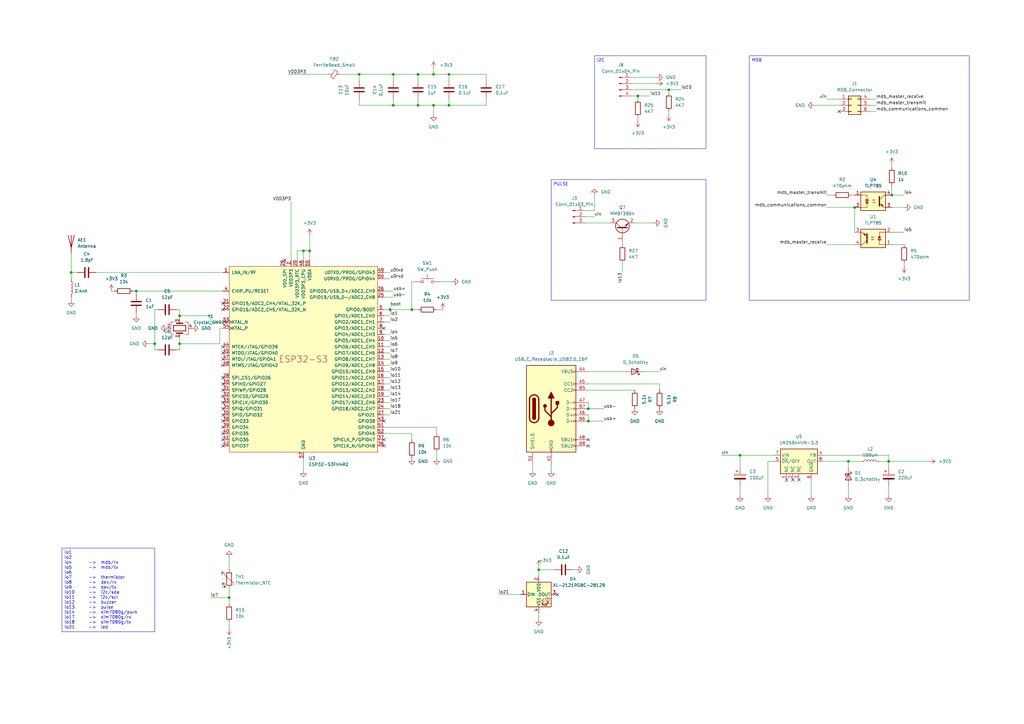
<source format=kicad_sch>
(kicad_sch (version 20250114) (generator "eeschema") (generator_version "9.0")
  (paper "A3")
  (lib_symbols
    (symbol "Connector:Conn_01x03_Pin" (pin_names (offset 1.016) (hide yes))
      (property "Reference" "J" (at 0 5.08 0))
      (property "Value" "Conn_01x03_Pin" (at 0 -5.08 0))
      (symbol "Conn_01x03_Pin_1_1"
        (pin passive line (at 5.08 2.54 180) (length 3.81) (name "Pin_1") (number "1"))
        (pin passive line (at 5.08 0 180) (length 3.81) (name "Pin_2") (number "2"))
        (pin passive line (at 5.08 -2.54 180) (length 3.81) (name "Pin_3") (number "3"))
      )
    )
    (symbol "Connector:Conn_01x04_Pin" (pin_names (offset 1.016) (hide yes))
      (property "Reference" "J" (at 0 5.08 0))
      (property "Value" "Conn_01x04_Pin" (at 0 -7.62 0))
      (symbol "Conn_01x04_Pin_1_1"
        (pin passive line (at 5.08 2.54 180) (length 3.81) (name "Pin_1") (number "1"))
        (pin passive line (at 5.08 0 180) (length 3.81) (name "Pin_2") (number "2"))
        (pin passive line (at 5.08 -2.54 180) (length 3.81) (name "Pin_3") (number "3"))
        (pin passive line (at 5.08 -5.08 180) (length 3.81) (name "Pin_4") (number "4"))
      )
    )
    (symbol "Connector:USB_C_Receptacle_USB2.0_16P" (pin_names (offset 1.016))
      (property "Reference" "J" (at 0 22.225 0))
      (property "Value" "USB_C_Receptacle_USB2.0_16P" (at 0 19.685 0))
      (symbol "USB_C_Receptacle_USB2.0_16P_1_1"
        (pin passive line (at -7.62 -22.86 90) (length 5.08) (name "SHIELD") (number "S1"))
        (pin passive line (at 0 -22.86 90) (length 5.08) (name "GND") (number "A1"))
        (pin passive line (at 0 -22.86 90) (length 5.08) (hide yes) (name "GND") (number "A12"))
        (pin passive line (at 0 -22.86 90) (length 5.08) (hide yes) (name "GND") (number "B1"))
        (pin passive line (at 0 -22.86 90) (length 5.08) (hide yes) (name "GND") (number "B12"))
        (pin passive line (at 15.24 15.24 180) (length 5.08) (name "VBUS") (number "A4"))
        (pin passive line (at 15.24 15.24 180) (length 5.08) (hide yes) (name "VBUS") (number "A9"))
        (pin passive line (at 15.24 15.24 180) (length 5.08) (hide yes) (name "VBUS") (number "B4"))
        (pin passive line (at 15.24 15.24 180) (length 5.08) (hide yes) (name "VBUS") (number "B9"))
        (pin bidirectional line (at 15.24 10.16 180) (length 5.08) (name "CC1") (number "A5"))
        (pin bidirectional line (at 15.24 7.62 180) (length 5.08) (name "CC2") (number "B5"))
        (pin bidirectional line (at 15.24 2.54 180) (length 5.08) (name "D-") (number "A7"))
        (pin bidirectional line (at 15.24 0 180) (length 5.08) (name "D-") (number "B7"))
        (pin bidirectional line (at 15.24 -2.54 180) (length 5.08) (name "D+") (number "A6"))
        (pin bidirectional line (at 15.24 -5.08 180) (length 5.08) (name "D+") (number "B6"))
        (pin bidirectional line (at 15.24 -12.7 180) (length 5.08) (name "SBU1") (number "A8"))
        (pin bidirectional line (at 15.24 -15.24 180) (length 5.08) (name "SBU2") (number "B8"))
      )
    )
    (symbol "Connector_Generic:Conn_02x03_Top_Bottom" (pin_names (offset 1.016) (hide yes))
      (property "Reference" "J" (at 1.27 5.08 0))
      (property "Value" "Conn_02x03_Top_Bottom" (at 1.27 -5.08 0))
      (symbol "Conn_02x03_Top_Bottom_1_1"
        (pin passive line (at -5.08 2.54 0) (length 3.81) (name "Pin_1") (number "1"))
        (pin passive line (at -5.08 0 0) (length 3.81) (name "Pin_2") (number "2"))
        (pin passive line (at -5.08 -2.54 0) (length 3.81) (name "Pin_3") (number "3"))
        (pin passive line (at 7.62 2.54 180) (length 3.81) (name "Pin_4") (number "4"))
        (pin passive line (at 7.62 0 180) (length 3.81) (name "Pin_5") (number "5"))
        (pin passive line (at 7.62 -2.54 180) (length 3.81) (name "Pin_6") (number "6"))
      )
    )
    (symbol "Device:Antenna" (pin_numbers (hide yes)) (pin_names (offset 1.016) (hide yes))
      (property "Reference" "AE" (at -1.905 1.905 0))
      (property "Value" "Antenna" (at -1.905 0 0))
      (symbol "Antenna_1_1"
        (pin input line (at 0 -5.08 90) (length 2.54) (name "A") (number "1"))
      )
    )
    (symbol "Device:C" (pin_numbers (hide yes)) (pin_names (offset 0.254))
      (property "Reference" "C" (at 0.635 2.54 0))
      (property "Value" "C" (at 0.635 -2.54 0))
      (symbol "C_1_1"
        (pin passive line (at 0 3.81 270) (length 2.794) (name "~") (number "1"))
        (pin passive line (at 0 -3.81 90) (length 2.794) (name "~") (number "2"))
      )
    )
    (symbol "Device:C_Polarized" (pin_numbers (hide yes)) (pin_names (offset 0.254))
      (property "Reference" "C" (at 0.635 2.54 0))
      (property "Value" "C_Polarized" (at 0.635 -2.54 0))
      (symbol "C_Polarized_1_1"
        (pin passive line (at 0 3.81 270) (length 2.794) (name "~") (number "1"))
        (pin passive line (at 0 -3.81 90) (length 2.794) (name "~") (number "2"))
      )
    )
    (symbol "Device:Crystal_GND24" (pin_names (offset 1.016) (hide yes))
      (property "Reference" "Y" (at 3.175 5.08 0))
      (property "Value" "Crystal_GND24" (at 3.175 3.175 0))
      (symbol "Crystal_GND24_1_1"
        (pin passive line (at -3.81 0 0) (length 1.27) (name "1") (number "1"))
        (pin passive line (at 0 5.08 270) (length 1.27) (name "2") (number "2"))
        (pin passive line (at 0 -5.08 90) (length 1.27) (name "4") (number "4"))
        (pin passive line (at 3.81 0 180) (length 1.27) (name "3") (number "3"))
      )
    )
    (symbol "Device:D_Schottky" (pin_numbers (hide yes)) (pin_names (offset 1.016) (hide yes))
      (property "Reference" "D" (at 0 2.54 0))
      (property "Value" "D_Schottky" (at 0 -2.54 0))
      (symbol "D_Schottky_1_1"
        (pin passive line (at -3.81 0 0) (length 2.54) (name "K") (number "1"))
        (pin passive line (at 3.81 0 180) (length 2.54) (name "A") (number "2"))
      )
    )
    (symbol "Device:FerriteBead_Small" (pin_numbers (hide yes)) (pin_names (offset 0))
      (property "Reference" "FB" (at 1.905 1.27 0))
      (property "Value" "FerriteBead_Small" (at 1.905 -1.27 0))
      (symbol "FerriteBead_Small_1_1"
        (pin passive line (at 0 2.54 270) (length 1.27) (name "~") (number "1"))
        (pin passive line (at 0 -2.54 90) (length 1.27) (name "~") (number "2"))
      )
    )
    (symbol "Device:L" (pin_numbers (hide yes)) (pin_names (offset 1.016) (hide yes))
      (property "Reference" "L" (at -1.27 0 90))
      (property "Value" "L" (at 1.905 0 90))
      (symbol "L_1_1"
        (pin passive line (at 0 3.81 270) (length 1.27) (name "1") (number "1"))
        (pin passive line (at 0 -3.81 90) (length 1.27) (name "2") (number "2"))
      )
    )
    (symbol "Device:R" (pin_numbers (hide yes)) (pin_names (offset 0))
      (property "Reference" "R" (at 2.032 0 90))
      (property "Value" "R" (at 0 0 90))
      (symbol "R_1_1"
        (pin passive line (at 0 3.81 270) (length 1.27) (name "~") (number "1"))
        (pin passive line (at 0 -3.81 90) (length 1.27) (name "~") (number "2"))
      )
    )
    (symbol "Device:Thermistor_NTC" (pin_numbers (hide yes)) (pin_names (offset 0))
      (property "Reference" "TH" (at -4.445 0 90))
      (property "Value" "Thermistor_NTC" (at 3.175 0 90))
      (symbol "Thermistor_NTC_1_1"
        (pin passive line (at 0 3.81 270) (length 1.27) (name "~") (number "1"))
        (pin passive line (at 0 -3.81 90) (length 1.27) (name "~") (number "2"))
      )
    )
    (symbol "Isolator:TLP785" (pin_names (offset 1.016))
      (property "Reference" "U" (at -5.08 5.08 0))
      (property "Value" "TLP785" (at 0 5.08 0))
      (symbol "TLP785_1_1"
        (pin passive line (at -7.62 2.54 0) (length 2.54) (name "~") (number "1"))
        (pin passive line (at -7.62 -2.54 0) (length 2.54) (name "~") (number "2"))
        (pin passive line (at 7.62 2.54 180) (length 2.54) (name "~") (number "4"))
        (pin passive line (at 7.62 -2.54 180) (length 2.54) (name "~") (number "3"))
      )
    )
    (symbol "LED:WS2812B-2020" (pin_names (offset 0.254))
      (property "Reference" "D4" (at 13.97 6.4202 0))
      (property "Value" "XL-2121RGBC-2812B" (at 16.51 3.81 0))
      (symbol "WS2812B-2020_0_0"
        (text "RGB" (at 2.286 -4.191 0) (effects (font (size 0.762 0.762))))
      )
      (symbol "WS2812B-2020_1_1"
        (pin input line (at -7.62 0 0) (length 2.54) (name "DIN") (number "1"))
        (pin power_in line (at 0 7.62 270) (length 2.54) (name "VDD") (number "2"))
        (pin power_in line (at 0 -7.62 90) (length 2.54) (name "VSS") (number "4"))
        (pin output line (at 7.62 0 180) (length 2.54) (name "DOUT") (number "3"))
      )
    )
    (symbol "PCM_Espressif:ESP32-S3" (pin_names (offset 1.016))
      (property "Reference" "U" (at -30.48 43.18 0))
      (property "Value" "ESP32-S3" (at -30.48 40.64 0))
      (symbol "ESP32-S3_0_0"
        (text "ESP32-S3" (at 0 0 0) (effects (font (size 2.54 2.54))))
        (pin bidirectional line (at 33.02 -33.02 180) (length 2.54) (name "SPICLK_P/GPIO47") (number "37"))
        (pin bidirectional line (at 33.02 -35.56 180) (length 2.54) (name "SPICLK_N/GPIO48") (number "36"))
      )
      (symbol "ESP32-S3_1_1"
        (pin bidirectional line (at -33.02 35.56 0) (length 2.54) (name "LNA_IN/RF") (number "1"))
        (pin input line (at -33.02 27.94 0) (length 2.54) (name "CHIP_PU/RESET") (number "4"))
        (pin bidirectional line (at -33.02 22.86 0) (length 2.54) (name "GPIO15/ADC2_CH4/XTAL_32K_P") (number "21"))
        (pin bidirectional line (at -33.02 20.32 0) (length 2.54) (name "GPIO16/ADC2_CH5/XTAL_32K_N") (number "22"))
        (pin input clock (at -33.02 15.24 0) (length 2.54) (name "XTAL_N") (number "53"))
        (pin output clock (at -33.02 12.7 0) (length 2.54) (name "XTAL_P") (number "54"))
        (pin bidirectional line (at -33.02 5.08 0) (length 2.54) (name "MTCK/JTAG/GPIO39") (number "44"))
        (pin bidirectional line (at -33.02 2.54 0) (length 2.54) (name "MTDO/JTAG/GPIO40") (number "45"))
        (pin bidirectional line (at -33.02 0 0) (length 2.54) (name "MTDI/JTAG/GPIO41") (number "47"))
        (pin bidirectional line (at -33.02 -2.54 0) (length 2.54) (name "MTMS/JTAG/GPIO42") (number "48"))
        (pin bidirectional line (at -33.02 -7.62 0) (length 2.54) (name "SPI_CS1/GPIO26") (number "28"))
        (pin bidirectional line (at -33.02 -10.16 0) (length 2.54) (name "SPIHD/GPIO27") (number "30"))
        (pin bidirectional line (at -33.02 -12.7 0) (length 2.54) (name "SPIWP/GPIO28") (number "31"))
        (pin bidirectional line (at -33.02 -15.24 0) (length 2.54) (name "SPICS0/GPIO29") (number "32"))
        (pin bidirectional line (at -33.02 -17.78 0) (length 2.54) (name "SPICLK/GPIO30") (number "33"))
        (pin bidirectional line (at -33.02 -20.32 0) (length 2.54) (name "SPIQ/GPIO31") (number "34"))
        (pin bidirectional line (at -33.02 -22.86 0) (length 2.54) (name "SPID/GPIO32") (number "35"))
        (pin bidirectional line (at -33.02 -25.4 0) (length 2.54) (name "GPIO33") (number "38"))
        (pin bidirectional line (at -33.02 -27.94 0) (length 2.54) (name "GPIO34") (number "39"))
        (pin bidirectional line (at -33.02 -30.48 0) (length 2.54) (name "GPIO35") (number "40"))
        (pin bidirectional line (at -33.02 -33.02 0) (length 2.54) (name "GPIO36") (number "41"))
        (pin bidirectional line (at -33.02 -35.56 0) (length 2.54) (name "GPIO37") (number "42"))
        (pin power_out line (at -7.62 40.64 270) (length 2.54) (name "VDD_SPI") (number "29"))
        (pin power_in line (at -5.08 40.64 270) (length 2.54) (name "VDD3P3") (number "2"))
        (pin power_in line (at -5.08 40.64 270) (length 2.54) (hide yes) (name "VDD3P3") (number "3"))
        (pin power_in line (at -2.54 40.64 270) (length 2.54) (name "VDD3P3_RTC") (number "20"))
        (pin power_in line (at 0 40.64 270) (length 2.54) (name "VDD3P3_CPU") (number "46"))
        (pin power_in line (at 0 -40.64 90) (length 2.54) (name "GND") (number "57"))
        (pin power_in line (at 2.54 40.64 270) (length 2.54) (name "VDDA") (number "55"))
        (pin passive line (at 2.54 40.64 270) (length 2.54) (hide yes) (name "VDDA") (number "56"))
        (pin bidirectional line (at 33.02 35.56 180) (length 2.54) (name "U0TXD/PROG/GPIO43") (number "49"))
        (pin bidirectional line (at 33.02 33.02 180) (length 2.54) (name "U0RXD/PROG/GPIO44") (number "50"))
        (pin bidirectional line (at 33.02 27.94 180) (length 2.54) (name "GPIO20/USB_D+/ADC2_CH9") (number "26"))
        (pin bidirectional line (at 33.02 25.4 180) (length 2.54) (name "GPIO19/USB_D-/ADC2_CH8") (number "25"))
        (pin bidirectional line (at 33.02 20.32 180) (length 2.54) (name "GPIO0/BOOT") (number "5"))
        (pin bidirectional line (at 33.02 17.78 180) (length 2.54) (name "GPIO1/ADC1_CH0") (number "6"))
        (pin bidirectional line (at 33.02 15.24 180) (length 2.54) (name "GPIO2/ADC1_CH1") (number "7"))
        (pin bidirectional line (at 33.02 12.7 180) (length 2.54) (name "GPIO3/ADC1_CH2") (number "8"))
        (pin bidirectional line (at 33.02 10.16 180) (length 2.54) (name "GPIO4/ADC1_CH3") (number "9"))
        (pin bidirectional line (at 33.02 7.62 180) (length 2.54) (name "GPIO5/ADC1_CH4") (number "10"))
        (pin bidirectional line (at 33.02 5.08 180) (length 2.54) (name "GPIO6/ADC1_CH5") (number "11"))
        (pin bidirectional line (at 33.02 2.54 180) (length 2.54) (name "GPIO7/ADC1_CH6") (number "12"))
        (pin bidirectional line (at 33.02 0 180) (length 2.54) (name "GPIO8/ADC1_CH7") (number "13"))
        (pin bidirectional line (at 33.02 -2.54 180) (length 2.54) (name "GPIO9/ADC1_CH8") (number "14"))
        (pin bidirectional line (at 33.02 -5.08 180) (length 2.54) (name "GPIO10/ADC1_CH9") (number "15"))
        (pin bidirectional line (at 33.02 -7.62 180) (length 2.54) (name "GPIO11/ADC2_CH0") (number "16"))
        (pin bidirectional line (at 33.02 -10.16 180) (length 2.54) (name "GPIO12/ADC2_CH1") (number "17"))
        (pin bidirectional line (at 33.02 -12.7 180) (length 2.54) (name "GPIO13/ADC2_CH2") (number "18"))
        (pin bidirectional line (at 33.02 -15.24 180) (length 2.54) (name "GPIO14/ADC2_CH3") (number "19"))
        (pin bidirectional line (at 33.02 -17.78 180) (length 2.54) (name "GPIO17/ADC2_CH6") (number "23"))
        (pin bidirectional line (at 33.02 -20.32 180) (length 2.54) (name "GPIO18/ADC2_CH7") (number "24"))
        (pin bidirectional line (at 33.02 -22.86 180) (length 2.54) (name "GPIO21") (number "27"))
        (pin bidirectional line (at 33.02 -25.4 180) (length 2.54) (name "GPIO38") (number "43"))
        (pin bidirectional line (at 33.02 -27.94 180) (length 2.54) (name "GPIO45") (number "51"))
        (pin bidirectional line (at 33.02 -30.48 180) (length 2.54) (name "GPIO46") (number "52"))
      )
    )
    (symbol "Regulator_Switching:LM2594HVM-3.3"
      (property "Reference" "U" (at -7.62 6.35 0))
      (property "Value" "LM2594HVM-3.3" (at 0 6.35 0))
      (symbol "LM2594HVM-3.3_1_1"
        (pin power_in line (at -10.16 2.54 0) (length 2.54) (name "VIN") (number "7"))
        (pin input line (at -10.16 0 0) (length 2.54) (name "~{ON}/OFF") (number "5"))
        (pin passive line (at -5.08 -7.62 90) (length 2.54) (name "NC") (number "1"))
        (pin passive line (at -2.54 -7.62 90) (length 2.54) (name "NC") (number "2"))
        (pin passive line (at 0 -7.62 90) (length 2.54) (name "NC") (number "3"))
        (pin power_in line (at 5.08 -7.62 90) (length 2.54) (name "GND") (number "6"))
        (pin input line (at 10.16 2.54 180) (length 2.54) (name "FB") (number "4"))
        (pin output line (at 10.16 0 180) (length 2.54) (name "OUT") (number "8"))
      )
    )
    (symbol "Switch:SW_Push" (pin_numbers (hide yes)) (pin_names (offset 1.016) (hide yes))
      (property "Reference" "SW" (at 1.27 2.54 0))
      (property "Value" "SW_Push" (at 0 -1.524 0))
      (symbol "SW_Push_0_1"
        (pin passive line (at -5.08 0 0) (length 2.54) (name "1") (number "1"))
        (pin passive line (at 5.08 0 180) (length 2.54) (name "2") (number "2"))
      )
    )
    (symbol "Transistor_BJT:MMBT3904" (pin_names (offset 0) (hide yes))
      (property "Reference" "Q" (at 5.08 1.905 0))
      (property "Value" "MMBT3904" (at 5.08 0 0))
      (symbol "MMBT3904_1_1"
        (pin input line (at -5.08 0 0) (length 2.54) (name "B") (number "1"))
        (pin passive line (at 2.54 5.08 270) (length 2.54) (name "C") (number "3"))
        (pin passive line (at 2.54 -5.08 90) (length 2.54) (name "E") (number "2"))
      )
    )
    (symbol "power:+3V3" (power) (pin_names (offset 0))
      (property "Value" "+3V3" (at 0 3.556 0))
      (symbol "+3V3_1_1"
        (pin power_in line (at 0 0 90) (length 0) (hide yes) (name "+3V3") (number "1"))
      )
    )
    (symbol "power:GND" (power) (pin_names (offset 0))
      (property "Value" "GND" (at 0 -3.81 0))
      (symbol "GND_1_1"
        (pin power_in line (at 0 0 270) (length 0) (hide yes) (name "GND") (number "1"))
      )
    )
  )
  (text_box "io1\nio2\nio4 	-> 	mdb/rx\nio5 	-> 	mdb/tx\nio6 	\nio7		->	thermistor\nio8 	-> 	dex/rx\nio9 	-> 	dex/tx\nio10 	->	i2c/sda\nio11	->	i2c/scl\nio12 	-> 	buzzer\nio13 	-> 	pulse\nio14 	-> 	sim7080g/pwrk\nio17 	-> 	sim7080g/rx\nio18 	-> 	sim7080g/tx\nio21 	->	led	\n" (at 25.4 224.79 0) (size 38.1 34.29) (margins 0.9525 0.9525 0.9525 0.9525) (effects (font (size 1.27 1.27)) (justify left top)))
  (text_box "PULSE" (at 226.06 73.66 0) (size 63.5 49.53) (margins 0.9525 0.9525 0.9525 0.9525) (effects (font (size 1.27 1.27)) (justify left top)))
  (text_box "I2C" (at 243.84 22.86 0) (size 45.72 38.1) (margins 0.9525 0.9525 0.9525 0.9525) (effects (font (size 1.27 1.27)) (justify left top)))
  (text_box "MDB" (at 307.34 22.86 0) (size 90.17 100.33) (margins 0.9525 0.9525 0.9525 0.9525) (effects (font (size 1.27 1.27)) (justify left top)))
  (junction (at 160.02 127))
  (junction (at 168.91 127))
  (junction (at 347.98 189.23))
  (junction (at 171.45 30.48))
  (junction (at 241.3 172.72))
  (junction (at 73.66 140.97))
  (junction (at 73.66 129.54))
  (junction (at 127 102.87))
  (junction (at 177.8 43.18))
  (junction (at 350.52 85.09))
  (junction (at 161.29 30.48))
  (junction (at 171.45 43.18))
  (junction (at 63.5 140.97))
  (junction (at 184.15 43.18))
  (junction (at 303.53 186.69))
  (junction (at 241.3 167.64))
  (junction (at 274.32 36.83))
  (junction (at 177.8 30.48))
  (junction (at 55.88 119.38))
  (junction (at 261.62 39.37))
  (junction (at 29.21 111.76))
  (junction (at 93.98 245.11))
  (junction (at 161.29 43.18))
  (junction (at 364.49 189.23))
  (junction (at 184.15 30.48))
  (junction (at 147.32 30.48))
  (junction (at 124.46 102.87))
  (junction (at 220.98 233.68))
  (junction (at 365.76 80.01))
  (no_connect (at 241.3 180.34))
  (no_connect (at 91.44 172.72))
  (no_connect (at 344.17 45.72))
  (no_connect (at 241.3 182.88))
  (no_connect (at 91.44 154.94))
  (no_connect (at 91.44 175.26))
  (no_connect (at 327.66 196.85))
  (no_connect (at 91.44 147.32))
  (no_connect (at 91.44 162.56))
  (no_connect (at 91.44 127))
  (no_connect (at 228.6 243.84))
  (no_connect (at 91.44 182.88))
  (no_connect (at 91.44 160.02))
  (no_connect (at 91.44 167.64))
  (no_connect (at 116.84 106.68))
  (no_connect (at 91.44 144.78))
  (no_connect (at 91.44 149.86))
  (no_connect (at 91.44 124.46))
  (no_connect (at 91.44 180.34))
  (no_connect (at 91.44 170.18))
  (no_connect (at 157.48 172.72))
  (no_connect (at 322.58 196.85))
  (no_connect (at 157.48 182.88))
  (no_connect (at 91.44 165.1))
  (no_connect (at 325.12 196.85))
  (no_connect (at 157.48 134.62))
  (no_connect (at 91.44 177.8))
  (no_connect (at 91.44 157.48))
  (no_connect (at 91.44 142.24))
  (no_connect (at 157.48 180.34))
  (wire (pts (xy 199.39 43.18) (xy 199.39 40.64)))
  (wire (pts (xy 170.18 115.57) (xy 168.91 115.57)))
  (wire (pts (xy 339.09 85.09) (xy 350.52 85.09)))
  (wire (pts (xy 220.98 232.41) (xy 220.98 233.68)))
  (wire (pts (xy 157.48 175.26) (xy 179.07 175.26)))
  (wire (pts (xy 339.09 80.01) (xy 341.63 80.01)))
  (wire (pts (xy 226.06 193.04) (xy 226.06 190.5)))
  (wire (pts (xy 365.76 85.09) (xy 370.84 85.09)))
  (wire (pts (xy 356.87 45.72) (xy 359.41 45.72)))
  (wire (pts (xy 364.49 191.77) (xy 364.49 189.23)))
  (wire (pts (xy 314.96 189.23) (xy 317.5 189.23)))
  (wire (pts (xy 259.08 34.29) (xy 269.24 34.29)))
  (wire (pts (xy 91.44 132.08) (xy 86.36 132.08)))
  (wire (pts (xy 63.5 143.51) (xy 64.77 143.51)))
  (wire (pts (xy 199.39 30.48) (xy 199.39 33.02)))
  (wire (pts (xy 240.03 86.36) (xy 243.84 86.36)))
  (wire (pts (xy 171.45 33.02) (xy 171.45 30.48)))
  (wire (pts (xy 236.22 233.68) (xy 234.95 233.68)))
  (wire (pts (xy 227.33 233.68) (xy 220.98 233.68)))
  (wire (pts (xy 241.3 157.48) (xy 270.51 157.48)))
  (wire (pts (xy 364.49 203.2) (xy 364.49 199.39)))
  (wire (pts (xy 370.84 107.95) (xy 370.84 109.22)))
  (wire (pts (xy 303.53 186.69) (xy 317.5 186.69)))
  (wire (pts (xy 29.21 111.76) (xy 31.75 111.76)))
  (wire (pts (xy 157.48 142.24) (xy 160.02 142.24)))
  (wire (pts (xy 72.39 143.51) (xy 73.66 143.51)))
  (wire (pts (xy 157.48 170.18) (xy 160.02 170.18)))
  (wire (pts (xy 220.98 254) (xy 220.98 251.46)))
  (wire (pts (xy 55.88 120.65) (xy 55.88 119.38)))
  (wire (pts (xy 184.15 43.18) (xy 184.15 40.64)))
  (wire (pts (xy 204.47 243.84) (xy 213.36 243.84)))
  (wire (pts (xy 93.98 241.3) (xy 93.98 245.11)))
  (wire (pts (xy 72.39 127) (xy 73.66 127)))
  (wire (pts (xy 177.8 27.94) (xy 177.8 30.48)))
  (wire (pts (xy 157.48 119.38) (xy 161.29 119.38)))
  (wire (pts (xy 295.91 186.69) (xy 303.53 186.69)))
  (wire (pts (xy 90.17 140.97) (xy 90.17 134.62)))
  (wire (pts (xy 119.38 82.55) (xy 119.38 106.68)))
  (wire (pts (xy 54.61 119.38) (xy 55.88 119.38)))
  (wire (pts (xy 157.48 160.02) (xy 160.02 160.02)))
  (wire (pts (xy 157.48 132.08) (xy 160.02 132.08)))
  (wire (pts (xy 157.48 127) (xy 160.02 127)))
  (wire (pts (xy 160.02 125.73) (xy 160.02 127)))
  (wire (pts (xy 63.5 140.97) (xy 63.5 143.51)))
  (wire (pts (xy 261.62 39.37) (xy 266.7 39.37)))
  (wire (pts (xy 157.48 177.8) (xy 168.91 177.8)))
  (wire (pts (xy 364.49 189.23) (xy 360.68 189.23)))
  (wire (pts (xy 353.06 189.23) (xy 347.98 189.23)))
  (wire (pts (xy 274.32 46.99) (xy 274.32 45.72)))
  (wire (pts (xy 73.66 143.51) (xy 73.66 140.97)))
  (wire (pts (xy 168.91 115.57) (xy 168.91 127)))
  (wire (pts (xy 171.45 43.18) (xy 177.8 43.18)))
  (wire (pts (xy 55.88 119.38) (xy 91.44 119.38)))
  (wire (pts (xy 220.98 233.68) (xy 220.98 236.22)))
  (wire (pts (xy 29.21 111.76) (xy 29.21 114.3)))
  (wire (pts (xy 218.44 190.5) (xy 218.44 193.04)))
  (wire (pts (xy 124.46 187.96) (xy 124.46 193.04)))
  (wire (pts (xy 157.48 162.56) (xy 160.02 162.56)))
  (wire (pts (xy 124.46 106.68) (xy 124.46 102.87)))
  (wire (pts (xy 168.91 180.34) (xy 168.91 177.8)))
  (wire (pts (xy 157.48 149.86) (xy 160.02 149.86)))
  (wire (pts (xy 147.32 43.18) (xy 147.32 40.64)))
  (wire (pts (xy 274.32 38.1) (xy 274.32 36.83)))
  (wire (pts (xy 86.36 132.08) (xy 86.36 129.54)))
  (wire (pts (xy 147.32 43.18) (xy 161.29 43.18)))
  (wire (pts (xy 303.53 191.77) (xy 303.53 186.69)))
  (wire (pts (xy 303.53 203.2) (xy 303.53 199.39)))
  (wire (pts (xy 147.32 30.48) (xy 139.7 30.48)))
  (wire (pts (xy 184.15 30.48) (xy 199.39 30.48)))
  (wire (pts (xy 29.21 121.92) (xy 29.21 123.19)))
  (wire (pts (xy 46.99 119.38) (xy 45.72 119.38)))
  (wire (pts (xy 184.15 33.02) (xy 184.15 30.48)))
  (wire (pts (xy 29.21 104.14) (xy 29.21 111.76)))
  (wire (pts (xy 73.66 129.54) (xy 86.36 129.54)))
  (wire (pts (xy 171.45 43.18) (xy 171.45 40.64)))
  (wire (pts (xy 365.76 80.01) (xy 370.84 80.01)))
  (wire (pts (xy 121.92 106.68) (xy 121.92 102.87)))
  (wire (pts (xy 157.48 137.16) (xy 160.02 137.16)))
  (wire (pts (xy 347.98 199.39) (xy 347.98 203.2)))
  (wire (pts (xy 364.49 186.69) (xy 364.49 189.23)))
  (wire (pts (xy 161.29 30.48) (xy 161.29 33.02)))
  (wire (pts (xy 347.98 191.77) (xy 347.98 189.23)))
  (wire (pts (xy 177.8 43.18) (xy 184.15 43.18)))
  (wire (pts (xy 179.07 185.42) (xy 179.07 187.96)))
  (wire (pts (xy 177.8 30.48) (xy 184.15 30.48)))
  (wire (pts (xy 55.88 129.54) (xy 55.88 128.27)))
  (wire (pts (xy 337.82 186.69) (xy 364.49 186.69)))
  (wire (pts (xy 179.07 127) (xy 181.61 127)))
  (wire (pts (xy 63.5 127) (xy 63.5 140.97)))
  (wire (pts (xy 147.32 30.48) (xy 147.32 33.02)))
  (wire (pts (xy 314.96 203.2) (xy 314.96 189.23)))
  (wire (pts (xy 127 96.52) (xy 127 102.87)))
  (wire (pts (xy 180.34 115.57) (xy 185.42 115.57)))
  (wire (pts (xy 127 102.87) (xy 127 106.68)))
  (wire (pts (xy 157.48 165.1) (xy 160.02 165.1)))
  (wire (pts (xy 160.02 154.94) (xy 157.48 154.94)))
  (wire (pts (xy 118.11 30.48) (xy 134.62 30.48)))
  (wire (pts (xy 332.74 203.2) (xy 332.74 196.85)))
  (wire (pts (xy 86.36 245.11) (xy 93.98 245.11)))
  (wire (pts (xy 364.49 189.23) (xy 381 189.23)))
  (wire (pts (xy 241.3 160.02) (xy 260.35 160.02)))
  (wire (pts (xy 269.24 31.75) (xy 259.08 31.75)))
  (wire (pts (xy 171.45 127) (xy 168.91 127)))
  (wire (pts (xy 93.98 228.6) (xy 93.98 233.68)))
  (wire (pts (xy 255.27 100.33) (xy 255.27 99.06)))
  (wire (pts (xy 356.87 43.18) (xy 359.41 43.18)))
  (wire (pts (xy 243.84 86.36) (xy 243.84 80.01)))
  (wire (pts (xy 73.66 130.81) (xy 73.66 129.54)))
  (wire (pts (xy 267.97 91.44) (xy 260.35 91.44)))
  (wire (pts (xy 73.66 140.97) (xy 73.66 138.43)))
  (wire (pts (xy 160.02 127) (xy 168.91 127)))
  (wire (pts (xy 241.3 170.18) (xy 241.3 172.72)))
  (wire (pts (xy 157.48 129.54) (xy 160.02 129.54)))
  (wire (pts (xy 339.09 40.64) (xy 344.17 40.64)))
  (wire (pts (xy 157.48 152.4) (xy 160.02 152.4)))
  (wire (pts (xy 259.08 39.37) (xy 261.62 39.37)))
  (wire (pts (xy 365.76 95.25) (xy 370.84 95.25)))
  (wire (pts (xy 241.3 167.64) (xy 247.65 167.64)))
  (wire (pts (xy 157.48 167.64) (xy 160.02 167.64)))
  (wire (pts (xy 334.01 43.18) (xy 344.17 43.18)))
  (wire (pts (xy 261.62 49.53) (xy 261.62 48.26)))
  (wire (pts (xy 243.84 88.9) (xy 240.03 88.9)))
  (wire (pts (xy 177.8 46.99) (xy 177.8 43.18)))
  (wire (pts (xy 339.09 100.33) (xy 350.52 100.33)))
  (wire (pts (xy 90.17 134.62) (xy 91.44 134.62)))
  (wire (pts (xy 161.29 43.18) (xy 171.45 43.18)))
  (wire (pts (xy 240.03 91.44) (xy 250.19 91.44)))
  (wire (pts (xy 171.45 30.48) (xy 161.29 30.48)))
  (wire (pts (xy 264.16 152.4) (xy 270.51 152.4)))
  (wire (pts (xy 259.08 36.83) (xy 274.32 36.83)))
  (wire (pts (xy 157.48 147.32) (xy 160.02 147.32)))
  (wire (pts (xy 349.25 80.01) (xy 350.52 80.01)))
  (wire (pts (xy 171.45 30.48) (xy 177.8 30.48)))
  (wire (pts (xy 365.76 67.31) (xy 365.76 68.58)))
  (wire (pts (xy 63.5 127) (xy 64.77 127)))
  (wire (pts (xy 274.32 36.83) (xy 279.4 36.83)))
  (wire (pts (xy 157.48 144.78) (xy 160.02 144.78)))
  (wire (pts (xy 157.48 111.76) (xy 160.02 111.76)))
  (wire (pts (xy 255.27 107.95) (xy 255.27 111.76)))
  (wire (pts (xy 179.07 175.26) (xy 179.07 177.8)))
  (wire (pts (xy 73.66 140.97) (xy 90.17 140.97)))
  (wire (pts (xy 347.98 189.23) (xy 337.82 189.23)))
  (wire (pts (xy 365.76 76.2) (xy 365.76 80.01)))
  (wire (pts (xy 261.62 40.64) (xy 261.62 39.37)))
  (wire (pts (xy 157.48 157.48) (xy 160.02 157.48)))
  (wire (pts (xy 73.66 127) (xy 73.66 129.54)))
  (wire (pts (xy 121.92 102.87) (xy 124.46 102.87)))
  (wire (pts (xy 157.48 139.7) (xy 160.02 139.7)))
  (wire (pts (xy 157.48 114.3) (xy 160.02 114.3)))
  (wire (pts (xy 356.87 40.64) (xy 359.41 40.64)))
  (wire (pts (xy 39.37 111.76) (xy 91.44 111.76)))
  (wire (pts (xy 161.29 43.18) (xy 161.29 40.64)))
  (wire (pts (xy 241.3 165.1) (xy 241.3 167.64)))
  (wire (pts (xy 350.52 85.09) (xy 350.52 95.25)))
  (wire (pts (xy 241.3 152.4) (xy 256.54 152.4)))
  (wire (pts (xy 60.96 140.97) (xy 63.5 140.97)))
  (wire (pts (xy 184.15 43.18) (xy 199.39 43.18)))
  (wire (pts (xy 93.98 245.11) (xy 93.98 247.65)))
  (wire (pts (xy 241.3 172.72) (xy 247.65 172.72)))
  (wire (pts (xy 270.51 157.48) (xy 270.51 160.02)))
  (wire (pts (xy 365.76 100.33) (xy 370.84 100.33)))
  (wire (pts (xy 161.29 30.48) (xy 147.32 30.48)))
  (wire (pts (xy 93.98 257.81) (xy 93.98 255.27)))
  (wire (pts (xy 124.46 102.87) (xy 127 102.87)))
  (wire (pts (xy 157.48 121.92) (xy 161.29 121.92)))
  (label "u0txd" (at 160.02 111.76 0))
  (label "usb+" (at 161.29 119.38 0))
  (label "vin" (at 295.91 186.69 0))
  (label "vin" (at 270.51 152.4 0))
  (label "io21" (at 204.47 243.84 0))
  (label "usb+" (at 247.65 172.72 0))
  (label "VDD3P3" (at 119.38 82.55 180))
  (label "boot" (at 160.02 125.73 0))
  (label "io5" (at 370.84 95.25 0))
  (label "usb-" (at 161.29 121.92 0))
  (label "io9" (at 160.02 149.86 0))
  (label "io2" (at 160.02 132.08 0))
  (label "io13" (at 255.27 111.76 270))
  (label "usb-" (at 247.65 167.64 0))
  (label "io1" (at 160.02 129.54 0))
  (label "io12" (at 160.02 157.48 0))
  (label "mdb_master_receive" (at 339.09 100.33 180))
  (label "io11" (at 266.7 39.37 0))
  (label "io13" (at 160.02 160.02 0))
  (label "mdb_master_transmit" (at 339.09 80.01 180))
  (label "io7" (at 86.36 245.11 0))
  (label "io14" (at 160.02 162.56 0))
  (label "mdb_master_receive" (at 359.41 40.64 0))
  (label "mdb_communications_common" (at 359.41 45.72 0))
  (label "io10" (at 160.02 152.4 0))
  (label "io6" (at 160.02 142.24 0))
  (label "u0rxd" (at 160.02 114.3 0))
  (label "io8" (at 160.02 147.32 0))
  (label "io4" (at 160.02 137.16 0))
  (label "io11" (at 160.02 154.94 0))
  (label "io21" (at 160.02 170.18 0))
  (label "io4" (at 370.84 80.01 0))
  (label "io18" (at 160.02 167.64 0))
  (label "io7" (at 160.02 144.78 0))
  (label "vin" (at 243.84 88.9 0))
  (label "io5" (at 160.02 139.7 0))
  (label "mdb_master_transmit" (at 359.41 43.18 0))
  (label "io17" (at 160.02 165.1 0))
  (label "io10" (at 279.4 36.83 0))
  (label "vin" (at 339.09 40.64 180))
  (label "mdb_communications_common" (at 339.09 85.09 180))
  (label "VDD3P3" (at 118.11 30.48 0))
  (symbol (lib_id "Device:C") (at 161.29 36.83 180) (unit 1)
    (property "Reference" "C14" (at 153.67 36.83 90))
    (property "Value" "0.1uF" (at 156.21 36.83 90))
    (property "Footprint" "Capacitor_SMD:C_0603_1608Metric" (effects (hide yes)))
    (property "LCSC#" "C5137636" (effects (hide yes)))
  )
  (symbol (lib_id "power:GND") (at 124.46 193.04 0) (unit 1)
    (property "Reference" "#PWR026" (effects (hide yes)))
    (property "Value" "GND" (at 124.46 198.12 0))
  )
  (symbol (lib_id "power:+3V3") (at 365.76 67.31 0) (unit 1)
    (property "Reference" "#PWR012" (effects (hide yes)))
    (property "Value" "+3V3" (at 365.76 62.23 0))
  )
  (symbol (lib_id "Device:R") (at 261.62 44.45 0) (unit 1)
    (property "Reference" "R25" (at 264.16 43.1799 0) (effects (justify left)))
    (property "Value" "4K7" (at 264.16 45.7199 0) (effects (justify left)))
    (property "Footprint" "Resistor_SMD:R_0603_1608Metric" (effects (hide yes)))
    (property "LCSC#" "C23162" (effects (hide yes)))
  )
  (symbol (lib_id "Connector:Conn_01x04_Pin") (at 254 34.29 0) (unit 1)
    (property "Reference" "J8" (at 254.635 26.67 0))
    (property "Value" "Conn_01x04_Pin" (at 254.635 29.21 0))
    (property "Footprint" "Connector_JST:JST_PH_B4B-PH-K_1x04_P2.00mm_Vertical" (effects (hide yes)))
    (property "Description" "Generic connector, single row, 01x04, script generated" (effects (hide yes)))
    (property "LCSC#" "C131334" (effects (hide yes)))
  )
  (symbol (lib_id "power:+3V3") (at 370.84 109.22 180) (unit 1)
    (property "Reference" "#PWR019" (effects (hide yes)))
    (property "Value" "+3V3" (at 370.84 114.3 0))
  )
  (symbol (lib_id "power:+3V3") (at 220.98 232.41 0) (unit 1)
    (property "Reference" "#PWR035" (effects (hide yes)))
    (property "Value" "+3V3" (at 220.98 229.87 0) (effects (justify left)))
  )
  (symbol (lib_id "power:GND") (at 236.22 233.68 90) (unit 1)
    (property "Reference" "#PWR029" (effects (hide yes)))
    (property "Value" "GND" (at 241.3 233.68 0))
  )
  (symbol (lib_id "Isolator:TLP785") (at 358.14 82.55 0) (unit 1)
    (property "Reference" "U4" (at 358.14 73.66 0))
    (property "Value" "TLP785" (at 358.14 76.2 0))
    (property "Footprint" "Package_SO:SOP-4_3.8x4.1mm_P2.54mm" (effects (hide yes)))
    (property "Datasheet" "https://toshiba.semicon-storage.com/info/docget.jsp?did=10569&prodName=TLP785" (effects (hide yes)))
    (property "Description" "DC Optocoupler, Vce 80V, CTR 50-200%, DIP4" (effects (hide yes)))
    (property "LCSC#" "C128776" (effects (hide yes)))
  )
  (symbol (lib_id "Device:R") (at 274.32 41.91 0) (unit 1)
    (property "Reference" "R24" (at 276.86 40.6399 0) (effects (justify left)))
    (property "Value" "4K7" (at 276.86 43.1799 0) (effects (justify left)))
    (property "Footprint" "Resistor_SMD:R_0603_1608Metric" (effects (hide yes)))
    (property "LCSC#" "C23162" (effects (hide yes)))
  )
  (symbol (lib_id "Device:R") (at 370.84 104.14 180) (unit 1)
    (property "Reference" "R5" (at 373.38 102.8699 0) (effects (justify right)))
    (property "Value" "470ohm" (at 373.38 105.4099 0) (effects (justify right)))
    (property "Footprint" "Resistor_SMD:R_0603_1608Metric" (effects (hide yes)))
    (property "Description" "Resistor" (effects (hide yes)))
    (property "LCSC#" "C114669" (effects (hide yes)))
  )
  (symbol (lib_id "power:GND") (at 78.74 134.62 90) (unit 1)
    (property "Reference" "#PWR05" (effects (hide yes)))
    (property "Value" "GND" (at 82.55 134.6199 90) (effects (justify right)))
  )
  (symbol (lib_id "power:GND") (at 332.74 203.2 0) (unit 1)
    (property "Reference" "#PWR08" (effects (hide yes)))
    (property "Value" "GND" (at 332.74 208.28 0))
  )
  (symbol (lib_id "Switch:SW_Push") (at 175.26 115.57 0) (unit 1)
    (property "Reference" "SW1" (at 175.26 107.95 0))
    (property "Value" "SW_Push" (at 175.26 110.49 0))
    (property "Footprint" "Button_Switch_SMD:SW_Tactile_SPST_NO_Straight_CK_PTS636Sx25SMTRLFS" (effects (hide yes)))
    (property "LCSC#" "C42435421" (effects (hide yes)))
  )
  (symbol (lib_id "power:+3V3") (at 181.61 127 0) (unit 1)
    (property "Reference" "#PWR017" (effects (hide yes)))
    (property "Value" "+3V3" (at 181.61 121.92 0))
  )
  (symbol (lib_id "LED:WS2812B-2020") (at 220.98 243.84 0) (unit 1)
    (property "Reference" "D4" (at 234.95 237.4198 0))
    (property "Value" "XL-2121RGBC-2812B" (at 237.49 240.03 0))
    (property "Footprint" "LED_SMD:LED_WS2812B-2020_PLCC4_2.0x2.0mm" (effects (hide yes)))
    (property "Datasheet" "https://cdn-shop.adafruit.com/product-files/4684/4684_WS2812B-2020_V1.3_EN.pdf" (effects (hide yes)))
    (property "Description" "RGB LED with integrated controller, 2.0 x 2.0 mm, 12 mA" (effects (hide yes)))
    (property "LCSC#" "C5349957" (effects (hide yes)))
  )
  (symbol (lib_id "Device:R") (at 255.27 104.14 180) (unit 1)
    (property "Reference" "R27" (at 257.81 102.8699 0) (effects (justify right)))
    (property "Value" "4K7" (at 257.81 105.4099 0) (effects (justify right)))
    (property "Footprint" "Resistor_SMD:R_0603_1608Metric" (effects (hide yes)))
    (property "LCSC#" "C23162" (effects (hide yes)))
  )
  (symbol (lib_id "power:GND") (at 55.88 129.54 0) (unit 1)
    (property "Reference" "#PWR06" (effects (hide yes)))
    (property "Value" "GND" (at 55.88 134.62 0))
  )
  (symbol (lib_id "power:+3V3") (at 45.72 119.38 0) (unit 1)
    (property "Reference" "#PWR014" (effects (hide yes)))
    (property "Value" "+3V3" (at 45.72 114.3 0))
  )
  (symbol (lib_id "Transistor_BJT:MMBT3904") (at 255.27 93.98 90) (unit 1)
    (property "Reference" "Q7" (at 255.27 85.09 90))
    (property "Value" "MMBT3904" (at 255.27 87.63 90))
    (property "Footprint" "Package_TO_SOT_SMD:SOT-23" (effects (hide yes)))
    (property "Datasheet" "https://www.onsemi.com/pdf/datasheet/pzt3904-d.pdf" (effects (hide yes)))
    (property "Description" "0.2A Ic, 40V Vce, Small Signal NPN Transistor, SOT-23" (effects (hide yes)))
    (property "LCSC#" "C916374" (effects (hide yes)))
  )
  (symbol (lib_id "power:GND") (at 370.84 85.09 90) (unit 1)
    (property "Reference" "#PWR016" (effects (hide yes)))
    (property "Value" "GND" (at 374.65 85.0899 90) (effects (justify right)))
  )
  (symbol (lib_id "Connector:USB_C_Receptacle_USB2.0_16P") (at 226.06 167.64 0) (unit 1)
    (property "Reference" "J2" (at 226.06 144.78 0))
    (property "Value" "USB_C_Receptacle_USB2.0_16P" (at 226.06 147.32 0))
    (property "Footprint" "Connector_USB:USB_C_Receptacle_G-Switch_GT-USB-7010ASV" (effects (hide yes)))
    (property "Datasheet" "https://www.usb.org/sites/default/files/documents/usb_type-c.zip" (effects (hide yes)))
    (property "Description" "USB 2.0-only 16P Type-C Receptacle connector" (effects (hide yes)))
    (property "LCSC#" "C2988369" (effects (hide yes)))
  )
  (symbol (lib_id "power:+3V3") (at 274.32 46.99 180) (unit 1)
    (property "Reference" "#PWR010" (effects (hide yes)))
    (property "Value" "+3V3" (at 274.32 52.07 0))
  )
  (symbol (lib_id "power:+3V3") (at 127 96.52 0) (unit 1)
    (property "Reference" "#PWR011" (effects (hide yes)))
    (property "Value" "+3V3" (at 127 91.44 0))
  )
  (symbol (lib_id "Device:R") (at 270.51 163.83 0) (unit 1)
    (property "Reference" "R8" (at 276.86 163.83 90))
    (property "Value" "5.1k" (at 274.32 163.83 90))
    (property "Footprint" "Resistor_SMD:R_0603_1608Metric" (effects (hide yes)))
    (property "LCSC#" "C394543" (effects (hide yes)))
  )
  (symbol (lib_id "power:GND") (at 29.21 123.19 0) (unit 1)
    (property "Reference" "#PWR015" (effects (hide yes)))
    (property "Value" "GND" (at 29.21 128.27 0))
  )
  (symbol (lib_id "Device:FerriteBead_Small") (at 137.16 30.48 90) (unit 1)
    (property "Reference" "FB2" (at 137.1219 24.13 90))
    (property "Value" "FerriteBead_Small" (at 137.1219 26.67 90))
    (property "Footprint" "Inductor_SMD:L_0603_1608Metric" (effects (hide yes)))
    (property "Description" "Ferrite bead, small symbol" (effects (hide yes)))
    (property "LCSC#" "C304319" (effects (hide yes)))
  )
  (symbol (lib_id "Device:R") (at 175.26 127 90) (unit 1)
    (property "Reference" "R4" (at 175.26 120.65 90))
    (property "Value" "10k" (at 175.26 123.19 90))
    (property "Footprint" "Resistor_SMD:R_0603_1608Metric" (effects (hide yes)))
    (property "LCSC#" "C98220" (effects (hide yes)))
  )
  (symbol (lib_id "power:GND") (at 179.07 187.96 0) (unit 1)
    (property "Reference" "#PWR025" (effects (hide yes)))
    (property "Value" "GND" (at 181.61 189.23 0) (effects (justify left)))
  )
  (symbol (lib_id "power:+3V3") (at 177.8 27.94 0) (unit 1)
    (property "Reference" "#PWR044" (effects (hide yes)))
    (property "Value" "+3V3" (at 180.34 26.6699 0) (effects (justify left)))
  )
  (symbol (lib_id "Regulator_Switching:LM2594HVM-3.3") (at 327.66 189.23 0) (unit 1)
    (property "Reference" "U5" (at 327.66 179.07 0))
    (property "Value" "LM2594HVM-3.3" (at 327.66 181.61 0))
    (property "Footprint" "Package_SO:SOIC-8_3.9x4.9mm_P1.27mm" (effects (hide yes)))
    (property "Datasheet" "http://www.ti.com/lit/ds/symlink/lm2594.pdf" (effects (hide yes)))
    (property "Description" "3.3V, 0.5A SIMPLE SWITCHER® Step-Down Voltage Regulator, Maximum VIN 60V, SOIC-8" (effects (hide yes)))
    (property "LCSC#" "C18057294" (effects (hide yes)))
  )
  (symbol (lib_id "Device:R") (at 260.35 163.83 0) (unit 1)
    (property "Reference" "R7" (at 266.7 163.83 90))
    (property "Value" "5.1k" (at 264.16 163.83 90))
    (property "Footprint" "Resistor_SMD:R_0603_1608Metric" (effects (hide yes)))
    (property "LCSC#" "C394543" (effects (hide yes)))
  )
  (symbol (lib_id "Device:C") (at 55.88 124.46 0) (unit 1)
    (property "Reference" "C1" (at 59.69 123.1899 0) (effects (justify left)))
    (property "Value" "1uF" (at 59.69 125.7299 0) (effects (justify left)))
    (property "Footprint" "Capacitor_SMD:C_0603_1608Metric" (effects (hide yes)))
    (property "LCSC#" "C6119849" (effects (hide yes)))
  )
  (symbol (lib_id "power:GND") (at 260.35 167.64 0) (unit 1)
    (property "Reference" "#PWR022" (effects (hide yes)))
    (property "Value" "GND" (at 260.35 172.72 0))
  )
  (symbol (lib_id "Device:R") (at 93.98 251.46 0) (unit 1)
    (property "Reference" "R15" (at 96.52 250.19 0) (effects (justify left)))
    (property "Value" "10k" (at 96.52 252.73 0) (effects (justify left)))
    (property "Footprint" "Resistor_SMD:R_0603_1608Metric" (effects (hide yes)))
    (property "LCSC#" "C98220" (effects (hide yes)))
  )
  (symbol (lib_id "Device:C") (at 68.58 143.51 90) (unit 1)
    (property "Reference" "C6" (at 68.58 135.89 90))
    (property "Value" "12pF" (at 68.58 138.43 90))
    (property "Footprint" "Capacitor_SMD:C_0603_1608Metric" (effects (hide yes)))
    (property "LCSC#" "C363546" (effects (hide yes)))
  )
  (symbol (lib_id "power:GND") (at 269.24 31.75 90) (unit 1)
    (property "Reference" "#PWR07" (effects (hide yes)))
    (property "Value" "GND" (at 273.05 31.7499 90) (effects (justify right)))
  )
  (symbol (lib_id "Device:R") (at 365.76 72.39 0) (unit 1)
    (property "Reference" "R10" (at 368.3 71.1199 0) (effects (justify left)))
    (property "Value" "1k" (at 368.3 73.6599 0) (effects (justify left)))
    (property "Footprint" "Resistor_SMD:R_0603_1608Metric" (effects (hide yes)))
    (property "LCSC#" "C2907113" (effects (hide yes)))
  )
  (symbol (lib_id "power:GND") (at 270.51 167.64 0) (unit 1)
    (property "Reference" "#PWR023" (effects (hide yes)))
    (property "Value" "GND" (at 270.51 172.72 0))
  )
  (symbol (lib_id "Device:C_Polarized") (at 364.49 195.58 0) (unit 1)
    (property "Reference" "C2" (at 368.3 193.4209 0) (effects (justify left)))
    (property "Value" "220uF" (at 368.3 195.9609 0) (effects (justify left)))
    (property "Footprint" "Capacitor_Tantalum_SMD:CP_EIA-3528-21_Kemet-B" (effects (hide yes)))
    (property "Description" "Polarized capacitor" (effects (hide yes)))
    (property "LCSC#" "C30242" (effects (hide yes)))
  )
  (symbol (lib_id "power:GND") (at 243.84 80.01 180) (unit 1)
    (property "Reference" "#PWR0102" (effects (hide yes)))
    (property "Value" "GND" (at 246.38 78.7399 0) (effects (justify right)))
  )
  (symbol (lib_id "Device:C") (at 184.15 36.83 0) (unit 1)
    (property "Reference" "C16" (at 187.96 35.5599 0) (effects (justify left)))
    (property "Value" "0.1uF" (at 187.96 38.0999 0) (effects (justify left)))
    (property "Footprint" "Capacitor_SMD:C_0603_1608Metric" (effects (hide yes)))
    (property "LCSC#" "C5137636" (effects (hide yes)))
  )
  (symbol (lib_id "power:GND") (at 267.97 91.44 90) (unit 1)
    (property "Reference" "#PWR030" (effects (hide yes)))
    (property "Value" "GND" (at 273.05 91.44 0))
  )
  (symbol (lib_id "power:+3V3") (at 261.62 49.53 180) (unit 1)
    (property "Reference" "#PWR020" (effects (hide yes)))
    (property "Value" "+3V3" (at 261.62 54.61 0))
  )
  (symbol (lib_id "power:+3V3") (at 381 189.23 270) (unit 1)
    (property "Reference" "#PWR041" (effects (hide yes)))
    (property "Value" "+3V3" (at 384.81 189.2299 90) (effects (justify left)))
  )
  (symbol (lib_id "Isolator:TLP785") (at 358.14 97.79 180) (unit 1)
    (property "Reference" "U1" (at 358.14 88.9 0))
    (property "Value" "TLP785" (at 358.14 91.44 0))
    (property "Footprint" "Package_SO:SOP-4_3.8x4.1mm_P2.54mm" (effects (hide yes)))
    (property "Datasheet" "https://toshiba.semicon-storage.com/info/docget.jsp?did=10569&prodName=TLP785" (effects (hide yes)))
    (property "Description" "DC Optocoupler, Vce 80V, CTR 50-200%, DIP4" (effects (hide yes)))
    (property "LCSC#" "C128776" (effects (hide yes)))
  )
  (symbol (lib_id "power:GND") (at 334.01 43.18 270) (unit 1)
    (property "Reference" "#PWR04" (effects (hide yes)))
    (property "Value" "GND" (at 330.2 43.1799 90) (effects (justify right)))
  )
  (symbol (lib_id "Device:Thermistor_NTC") (at 93.98 237.49 0) (unit 1)
    (property "Reference" "TH1" (at 96.52 236.5374 0) (effects (justify left)))
    (property "Value" "Thermistor_NTC" (at 96.52 239.0774 0) (effects (justify left)))
    (property "Footprint" "Resistor_SMD:R_0603_1608Metric" (effects (hide yes)))
    (property "Description" "Temperature dependent resistor, negative temperature coefficient" (effects (hide yes)))
    (property "LCSC#" "C13564" (effects (hide yes)))
  )
  (symbol (lib_id "Device:R") (at 168.91 184.15 0) (unit 1)
    (property "Reference" "R9" (at 171.45 182.88 0) (effects (justify left)))
    (property "Value" "10k" (at 171.45 185.42 0) (effects (justify left)))
    (property "Footprint" "Resistor_SMD:R_0603_1608Metric" (effects (hide yes)))
    (property "LCSC#" "C98220" (effects (hide yes)))
  )
  (symbol (lib_id "Connector_Generic:Conn_02x03_Top_Bottom") (at 349.25 43.18 0) (unit 1)
    (property "Reference" "J1" (at 350.52 34.29 0))
    (property "Value" "MDB_Connector" (at 350.52 36.83 0))
    (property "Footprint" "Connector_Molex:Molex_Mini-Fit_Jr_5566-06A_2x03_P4.20mm_Vertical" (effects (hide yes)))
    (property "Description" "Generic connector, double row, 02x03, top/bottom pin numbering scheme (row 1: 1...pins_per_row, row2: pins_per_row+1 ... num_pins), script generated (kicad-library-utils/schlib/autogen/connector/)" (effects (hide yes)))
    (property "LCSC#" "C22365701" (effects (hide yes)))
  )
  (symbol (lib_id "power:GND") (at 177.8 46.99 0) (unit 1)
    (property "Reference" "#PWR0101" (effects (hide yes)))
    (property "Value" "GND" (at 177.8 52.07 0))
  )
  (symbol (lib_id "Device:D_Schottky") (at 347.98 195.58 270) (unit 1)
    (property "Reference" "D1" (at 350.52 193.9924 90) (effects (justify left)))
    (property "Value" "D_Schottky" (at 350.52 196.5324 90) (effects (justify left)))
    (property "Footprint" "Diode_SMD:D_SOD-123" (effects (hide yes)))
    (property "Description" "Schottky diode" (effects (hide yes)))
    (property "LCSC#" "C18195164" (effects (hide yes)))
  )
  (symbol (lib_id "Device:C") (at 171.45 36.83 180) (unit 1)
    (property "Reference" "C15" (at 175.26 35.5599 0) (effects (justify right)))
    (property "Value" "1uF" (at 175.26 38.0999 0) (effects (justify right)))
    (property "Footprint" "Capacitor_SMD:C_0603_1608Metric" (effects (hide yes)))
    (property "LCSC#" "C6119849" (effects (hide yes)))
  )
  (symbol (lib_id "Device:Crystal_GND24") (at 73.66 134.62 90) (unit 1)
    (property "Reference" "Y1" (at 86.36 129.6668 90))
    (property "Value" "Crystal_GND24" (at 86.36 132.2068 90))
    (property "Footprint" "Crystal:Crystal_SMD_3225-4Pin_3.2x2.5mm" (effects (hide yes)))
    (property "Description" "Four pin crystal, GND on pins 2 and 4" (effects (hide yes)))
    (property "LCSC#" "C7294599" (effects (hide yes)))
  )
  (symbol (lib_id "Device:Antenna") (at 29.21 99.06 0) (unit 1) (in_bom no)
    (property "Reference" "AE1" (at 31.75 98.425 0) (effects (justify left)))
    (property "Value" "Antenna" (at 31.75 100.965 0) (effects (justify left)))
    (property "Footprint" "RF_Antenna:Texas_SWRA117D_2.4GHz_Left" (effects (hide yes)))
  )
  (symbol (lib_id "Device:R") (at 179.07 181.61 0) (unit 1)
    (property "Reference" "R6" (at 181.61 180.34 0) (effects (justify left)))
    (property "Value" "10k" (at 181.61 182.88 0) (effects (justify left)))
    (property "Footprint" "Resistor_SMD:R_0603_1608Metric" (effects (hide yes)))
    (property "LCSC#" "C98220" (effects (hide yes)))
  )
  (symbol (lib_id "PCM_Espressif:ESP32-S3") (at 124.46 147.32 0) (unit 1)
    (property "Reference" "U3" (at 126.6541 187.96 0) (effects (justify left)))
    (property "Value" "ESP32-S3FH4R2" (at 126.6541 190.5 0) (effects (justify left)))
    (property "Footprint" "Package_DFN_QFN:QFN-56-1EP_7x7mm_P0.4mm_EP4x4mm" (effects (hide yes)))
    (property "Datasheet" "https://www.espressif.com/sites/default/files/documentation/esp32-s3_datasheet_en.pdf" (effects (hide yes)))
    (property "LCSC#" "C3013940" (effects (hide yes)))
  )
  (symbol (lib_id "power:GND") (at 185.42 115.57 90) (unit 1)
    (property "Reference" "#PWR013" (effects (hide yes)))
    (property "Value" "GND" (at 189.23 115.5699 90) (effects (justify right)))
  )
  (symbol (lib_id "power:GND") (at 93.98 228.6 180) (unit 1)
    (property "Reference" "#PWR032" (effects (hide yes)))
    (property "Value" "GND" (at 93.98 223.52 0))
  )
  (symbol (lib_id "Connector:Conn_01x03_Pin") (at 234.95 88.9 0) (unit 1)
    (property "Reference" "J3" (at 235.585 81.28 0))
    (property "Value" "Conn_01x03_Pin" (at 235.585 83.82 0))
    (property "Footprint" "Connector_JST:JST_PH_B3B-PH-K_1x03_P2.00mm_Vertical" (effects (hide yes)))
    (property "Description" "Generic connector, single row, 01x03, script generated" (effects (hide yes)))
    (property "LCSC#" "C131339" (effects (hide yes)))
  )
  (symbol (lib_id "Device:L") (at 356.87 189.23 90) (unit 1)
    (property "Reference" "L2" (at 356.87 184.15 90))
    (property "Value" "100uH" (at 356.87 186.69 90))
    (property "Footprint" "Inductor_SMD:L_7.3x7.3_H3.5" (effects (hide yes)))
    (property "Description" "Inductor" (effects (hide yes)))
    (property "LCSC#" "C182195" (effects (hide yes)))
  )
  (symbol (lib_id "power:GND") (at 218.44 193.04 0) (unit 1)
    (property "Reference" "#PWR027" (effects (hide yes)))
    (property "Value" "GND" (at 218.44 198.12 0))
  )
  (symbol (lib_id "power:GND") (at 314.96 203.2 0) (unit 1)
    (property "Reference" "#PWR03" (effects (hide yes)))
    (property "Value" "GND" (at 314.96 208.28 0))
  )
  (symbol (lib_id "Device:C") (at 199.39 36.83 0) (unit 1)
    (property "Reference" "C17" (at 203.2 35.5599 0) (effects (justify left)))
    (property "Value" "0.1uF" (at 203.2 38.0999 0) (effects (justify left)))
    (property "Footprint" "Capacitor_SMD:C_0603_1608Metric" (effects (hide yes)))
    (property "LCSC#" "C5137636" (effects (hide yes)))
  )
  (symbol (lib_id "power:GND") (at 347.98 203.2 0) (unit 1)
    (property "Reference" "#PWR09" (effects (hide yes)))
    (property "Value" "GND" (at 347.98 208.28 0))
  )
  (symbol (lib_id "power:GND") (at 226.06 193.04 0) (unit 1)
    (property "Reference" "#PWR028" (effects (hide yes)))
    (property "Value" "GND" (at 226.06 198.12 0))
  )
  (symbol (lib_id "power:GND") (at 303.53 203.2 0) (unit 1)
    (property "Reference" "#PWR02" (effects (hide yes)))
    (property "Value" "GND" (at 303.53 208.28 0))
  )
  (symbol (lib_id "Device:R") (at 345.44 80.01 90) (unit 1)
    (property "Reference" "R2" (at 345.44 73.66 90))
    (property "Value" "470ohm" (at 345.44 76.2 90))
    (property "Footprint" "Resistor_SMD:R_0603_1608Metric" (effects (hide yes)))
    (property "Description" "Resistor" (effects (hide yes)))
    (property "LCSC#" "C114669" (effects (hide yes)))
  )
  (symbol (lib_id "Device:C") (at 231.14 233.68 270) (unit 1)
    (property "Reference" "C12" (at 231.14 226.06 90))
    (property "Value" "0.1uF" (at 231.14 228.6 90))
    (property "Footprint" "Capacitor_SMD:C_0603_1608Metric" (effects (hide yes)))
    (property "LCSC#" "C5137636" (effects (hide yes)))
  )
  (symbol (lib_id "power:GND") (at 220.98 254 0) (unit 1)
    (property "Reference" "#PWR042" (effects (hide yes)))
    (property "Value" "GND" (at 220.98 259.08 0))
  )
  (symbol (lib_id "Device:C") (at 35.56 111.76 90) (unit 1)
    (property "Reference" "C4" (at 35.56 104.14 90))
    (property "Value" "1.8pf" (at 35.56 106.68 90))
    (property "Footprint" "Capacitor_SMD:C_0603_1608Metric" (effects (hide yes)))
    (property "LCSC#" "C376773" (effects (hide yes)))
  )
  (symbol (lib_id "Device:C") (at 147.32 36.83 180) (unit 1)
    (property "Reference" "C13" (at 139.7 36.83 90))
    (property "Value" "10uF" (at 142.24 36.83 90))
    (property "Footprint" "Capacitor_SMD:C_0603_1608Metric" (effects (hide yes)))
    (property "LCSC#" "C6119864" (effects (hide yes)))
  )
  (symbol (lib_id "Device:L") (at 29.21 118.11 0) (unit 1)
    (property "Reference" "L1" (at 30.48 116.84 0) (effects (justify left)))
    (property "Value" "2.4nh" (at 30.48 119.38 0) (effects (justify left)))
    (property "Footprint" "Inductor_SMD:L_0603_1608Metric" (effects (hide yes)))
    (property "LCSC#" "C2042508" (effects (hide yes)))
  )
  (symbol (lib_id "Device:C_Polarized") (at 303.53 195.58 0) (unit 1)
    (property "Reference" "C3" (at 307.34 193.4209 0) (effects (justify left)))
    (property "Value" "100uF" (at 307.34 195.9609 0) (effects (justify left)))
    (property "Footprint" "Capacitor_SMD:CP_Elec_6.3x5.8" (effects (hide yes)))
    (property "Description" "Polarized capacitor" (effects (hide yes)))
    (property "LCSC#" "C128464" (effects (hide yes)))
  )
  (symbol (lib_id "power:GND") (at 68.58 134.62 270) (unit 1)
    (property "Reference" "#PWR01" (effects (hide yes)))
    (property "Value" "GND" (at 64.77 134.62 90) (effects (justify right)))
  )
  (symbol (lib_id "Device:D_Schottky") (at 260.35 152.4 180) (unit 1)
    (property "Reference" "D5" (at 260.6675 146.05 0))
    (property "Value" "D_Schottky" (at 260.6675 148.59 0))
    (property "Footprint" "Diode_SMD:D_SOD-123" (effects (hide yes)))
    (property "Description" "Schottky diode" (effects (hide yes)))
    (property "LCSC#" "C18195164" (effects (hide yes)))
  )
  (symbol (lib_id "power:+3V3") (at 269.24 34.29 270) (unit 1)
    (property "Reference" "#PWR021" (effects (hide yes)))
    (property "Value" "+3V3" (at 273.05 34.2899 90) (effects (justify left)))
  )
  (symbol (lib_id "power:GND") (at 60.96 140.97 270) (unit 1)
    (property "Reference" "#PWR018" (effects (hide yes)))
    (property "Value" "GND" (at 57.15 140.97 90) (effects (justify right)))
  )
  (symbol (lib_id "Device:C") (at 68.58 127 90) (unit 1)
    (property "Reference" "C5" (at 68.58 119.38 90))
    (property "Value" "12pF" (at 68.58 121.92 90))
    (property "Footprint" "Capacitor_SMD:C_0603_1608Metric" (effects (hide yes)))
    (property "LCSC#" "C363546" (effects (hide yes)))
  )
  (symbol (lib_id "Device:R") (at 50.8 119.38 90) (unit 1)
    (property "Reference" "R3" (at 50.8 113.03 90))
    (property "Value" "10k" (at 50.8 115.57 90))
    (property "Footprint" "Resistor_SMD:R_0603_1608Metric" (effects (hide yes)))
    (property "LCSC#" "C98220" (effects (hide yes)))
  )
  (symbol (lib_id "power:+3V3") (at 93.98 257.81 180) (unit 1)
    (property "Reference" "#PWR043" (effects (hide yes)))
    (property "Value" "+3V3" (at 93.98 261.112 90) (effects (justify left)))
  )
  (symbol (lib_id "power:GND") (at 168.91 187.96 0) (unit 1)
    (property "Reference" "#PWR024" (effects (hide yes)))
    (property "Value" "GND" (at 171.45 189.23 0) (effects (justify left)))
  )
  (symbol (lib_id "power:GND") (at 364.49 203.2 0) (unit 1)
    (property "Reference" "#PWR040" (effects (hide yes)))
    (property "Value" "GND" (at 364.49 208.28 0))
  )
)
</source>
